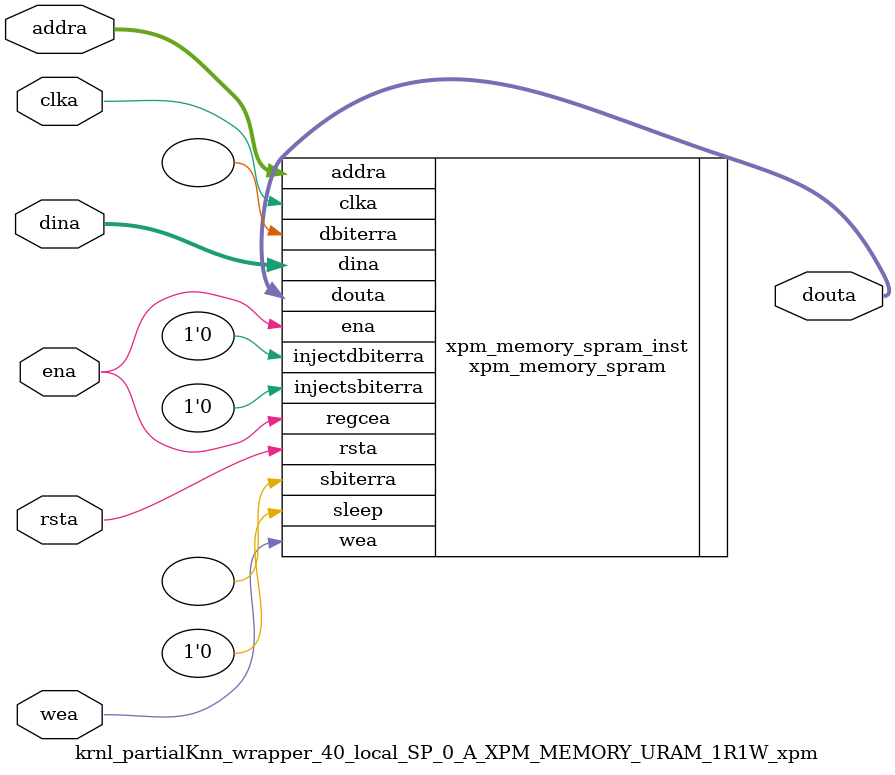
<source format=v>
`timescale 1 ns / 1 ps
module krnl_partialKnn_wrapper_40_local_SP_0_A_XPM_MEMORY_URAM_1R1W_xpm # (
  // Common module parameters
  parameter integer                 MEMORY_SIZE        = 524288,
  parameter                         MEMORY_PRIMITIVE   = "ultra",
  parameter                         ECC_MODE           = "no_ecc",
  parameter                         MEMORY_INIT_FILE   = "none",
  parameter                         WAKEUP_TIME        = "disable_sleep",
  parameter integer                 MESSAGE_CONTROL    = 0,
  // Port A module parameters
  parameter integer                 WRITE_DATA_WIDTH_A = 256,
  parameter integer                 READ_DATA_WIDTH_A  = WRITE_DATA_WIDTH_A,
  parameter integer                 BYTE_WRITE_WIDTH_A = WRITE_DATA_WIDTH_A,
  parameter integer                 ADDR_WIDTH_A       = 11,
  parameter                         READ_RESET_VALUE_A = "0",
  parameter integer                 READ_LATENCY_A     = 1,
  parameter                         WRITE_MODE_A       = "read_first"
) (
  // Port A module ports
  input  wire                                               clka,
  input  wire                                               rsta,
  input  wire                                               ena,
  input  wire [(WRITE_DATA_WIDTH_A/BYTE_WRITE_WIDTH_A)-1:0] wea,
  input  wire [ADDR_WIDTH_A-1:0]                            addra,
  input  wire [WRITE_DATA_WIDTH_A-1:0]                      dina,
  output wire [READ_DATA_WIDTH_A-1:0]                       douta
);
// Set parameter values and connect ports to instantiate an XPM_MEMORY single port RAM configuration
xpm_memory_spram # (
  // Common module parameters
  .MEMORY_SIZE        (MEMORY_SIZE),   //positive integer
  .MEMORY_PRIMITIVE   (MEMORY_PRIMITIVE),      //string; "auto", "distributed", "block" or "ultra";
  .ECC_MODE           (ECC_MODE),      //do not change
  .MEMORY_INIT_FILE   (MEMORY_INIT_FILE), //string; "none" or "<filename>.mem" 
  .MEMORY_INIT_PARAM  (""), //string;
  .WAKEUP_TIME        (WAKEUP_TIME),      //string; "disable_sleep" or "use_sleep_pin"
  .MESSAGE_CONTROL    (MESSAGE_CONTROL),      //do not change
  // Port A module parameters
  .WRITE_DATA_WIDTH_A (WRITE_DATA_WIDTH_A),     //positive integer
  .READ_DATA_WIDTH_A  (READ_DATA_WIDTH_A),     //positive integer
  .BYTE_WRITE_WIDTH_A (BYTE_WRITE_WIDTH_A),     //integer; 8, 9, or WRITE_DATA_WIDTH_A value
  .ADDR_WIDTH_A       (ADDR_WIDTH_A),      //positive integer
  .READ_RESET_VALUE_A (READ_RESET_VALUE_A),  //string
  .READ_LATENCY_A     (READ_LATENCY_A),      //non-negative integer
  .WRITE_MODE_A       (WRITE_MODE_A)       //string; "write_first", "read_first", "no_change"
) xpm_memory_spram_inst (
  // Common module ports
  .sleep          (1'b0),  //do not change
  // Port A module ports
  .clka           (clka),
  .rsta           (rsta),
  .ena            (ena),
  .regcea         (ena),
  .wea            (wea),
  .addra          (addra),
  .dina           (dina),
  .injectsbiterra (1'b0),  //do not change
  .injectdbiterra (1'b0),  //do not change
  .douta          (douta),
  .sbiterra       (),      //do not change
  .dbiterra       ()       //do not change
);
endmodule
</source>
